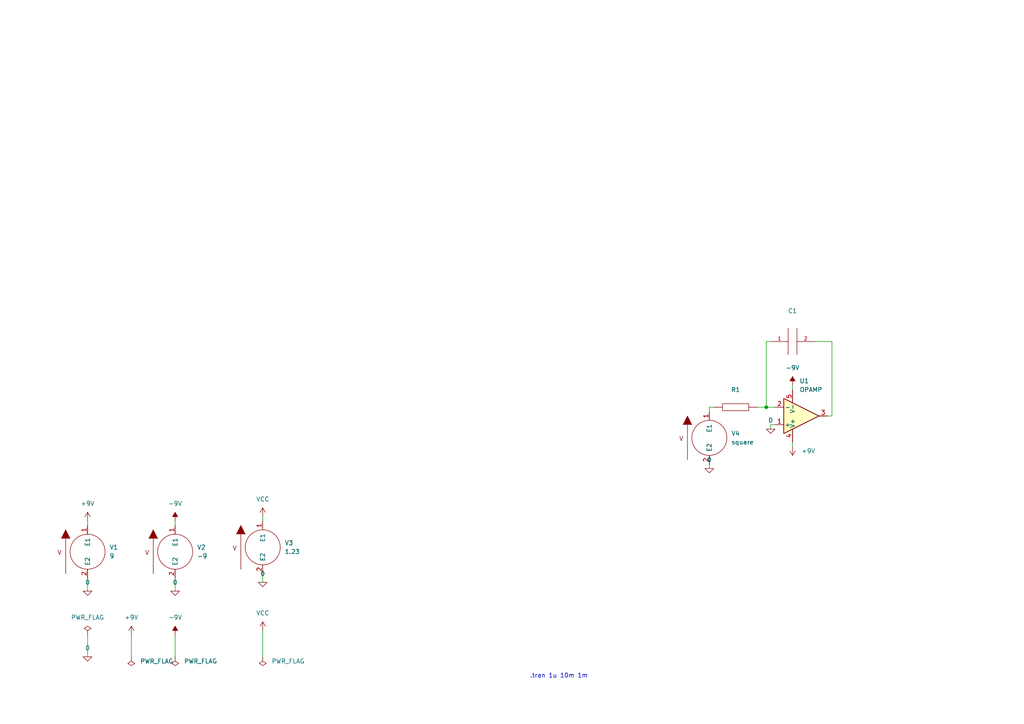
<source format=kicad_sch>
(kicad_sch (version 20211123) (generator eeschema)
  (paper "A4")
  (lib_symbols
    (symbol "power:+9V" (power) (pin_names (offset 0))
      (property "Value" "+9V" (at 0 3.556 0))
      (symbol "+9V_0_1"
        (polyline (pts (xy -0.762 1.27) (xy 0 2.54)))
        (polyline (pts (xy 0 0) (xy 0 2.54)))
        (polyline (pts (xy 0 2.54) (xy 0.762 1.27)))
      )
      (symbol "+9V_1_1"
        (pin power_in line (at 0 0 90) (length 0) hide (name "+9V") (number "1"))
      )
    )
    (symbol "power:-9V" (power) (pin_names (offset 0))
      (property "Value" "-9V" (at 0 3.81 0))
      (symbol "-9V_0_1"
        (polyline (pts (xy 0 0) (xy 0 2.54)))
        (polyline (pts (xy 0.762 1.27) (xy -0.762 1.27) (xy 0 2.54) (xy 0.762 1.27)) (fill (type outline)))
      )
      (symbol "-9V_1_1"
        (pin power_in line (at 0 0 90) (length 0) hide (name "-9V") (number "1"))
      )
    )
    (symbol "power:PWR_FLAG" (power) (pin_numbers hide) (pin_names (offset 0) hide)
      (property "Value" "PWR_FLAG" (at 0 3.81 0))
      (symbol "PWR_FLAG_0_0"
        (pin power_out line (at 0 0 90) (length 0) (name "pwr") (number "1"))
      )
      (symbol "PWR_FLAG_0_1"
        (polyline (pts (xy 0 0) (xy 0 1.27) (xy -1.016 1.905) (xy 0 2.54) (xy 1.016 1.905) (xy 0 1.27)))
      )
    )
    (symbol "power:VCC" (power) (pin_names (offset 0))
      (property "Value" "VCC" (at 0 3.81 0))
      (symbol "VCC_0_1"
        (polyline (pts (xy -0.762 1.27) (xy 0 2.54)))
        (polyline (pts (xy 0 0) (xy 0 2.54)))
        (polyline (pts (xy 0 2.54) (xy 0.762 1.27)))
      )
      (symbol "VCC_1_1"
        (pin power_in line (at 0 0 90) (length 0) hide (name "VCC") (number "1"))
      )
    )
    (symbol "pspice:0" (power) (pin_names (offset 0))
      (property "Value" "0" (at 0 -1.778 0))
      (symbol "0_0_1"
        (polyline (pts (xy -1.27 0) (xy 0 -1.27) (xy 1.27 0) (xy -1.27 0)))
      )
      (symbol "0_1_1"
        (pin power_in line (at 0 0 0) (length 0) hide (name "0") (number "1"))
      )
    )
    (symbol "pspice:C" (pin_names (offset 0.254))
      (property "Reference" "C" (at 2.54 3.81 90))
      (property "Value" "C" (at 2.54 -3.81 90))
      (symbol "C_0_1"
        (polyline (pts (xy -3.81 -1.27) (xy 3.81 -1.27)))
        (polyline (pts (xy -3.81 1.27) (xy 3.81 1.27)))
      )
      (symbol "C_1_1"
        (pin passive line (at 0 6.35 270) (length 5.08) (name "~") (number "1"))
        (pin passive line (at 0 -6.35 90) (length 5.08) (name "~") (number "2"))
      )
    )
    (symbol "pspice:OPAMP" (pin_names (offset 0.254))
      (property "Reference" "U" (at 3.81 3.175 0))
      (property "Value" "OPAMP" (at 3.81 -3.175 0))
      (symbol "OPAMP_0_1"
        (polyline (pts (xy 5.08 0) (xy -5.08 5.08) (xy -5.08 -5.08) (xy 5.08 0)) (stroke (width 0.254)) (fill (type background)))
      )
      (symbol "OPAMP_1_1"
        (pin input line (at -7.62 2.54 0) (length 2.54) (name "+") (number "1"))
        (pin input line (at -7.62 -2.54 0) (length 2.54) (name "-") (number "2"))
        (pin output line (at 7.62 0 180) (length 2.54) (name "~") (number "3"))
        (pin power_in line (at -2.54 7.62 270) (length 3.81) (name "V+") (number "4"))
        (pin power_in line (at -2.54 -7.62 90) (length 3.81) (name "V-") (number "5"))
      )
    )
    (symbol "pspice:R" (pin_numbers hide) (pin_names (offset 0))
      (property "Reference" "R" (at 2.032 0 90))
      (property "Value" "R" (at 0 0 90))
      (symbol "R_0_1"
        (rectangle (start -1.016 3.81) (end 1.016 -3.81))
      )
      (symbol "R_1_1"
        (pin passive line (at 0 6.35 270) (length 2.54) (name "~") (number "1"))
        (pin passive line (at 0 -6.35 90) (length 2.54) (name "~") (number "2"))
      )
    )
    (symbol "pspice:VSOURCE" (pin_names (offset 1.016))
      (property "Reference" "V" (at -6.35 7.62 0))
      (property "Value" "VSOURCE" (at 0 0 0))
      (symbol "VSOURCE_0_1"
        (polyline (pts (xy -6.35 -6.35) (xy -6.35 3.81)) (fill (type outline)))
        (polyline (pts (xy -7.62 3.81) (xy -6.35 6.35) (xy -5.08 3.81)) (fill (type outline)))
        (circle (center 0 0) (radius 5.08))
        (text "V" (at -8.128 -0.254 0) (effects (font (size 1.27 1.27))))
      )
      (symbol "VSOURCE_1_1"
        (pin input line (at 0 7.62 270) (length 2.54) (name "E1") (number "1"))
        (pin input line (at 0 -7.62 90) (length 2.54) (name "E2") (number "2"))
      )
    )
  )
  (junction (at 222.25 118.11))
  (wire (pts (xy 205.74 118.11) (xy 207.01 118.11)))
  (wire (pts (xy 223.52 124.46) (xy 223.52 123.19)))
  (wire (pts (xy 223.52 123.19) (xy 224.79 123.19)))
  (wire (pts (xy 229.87 111.76) (xy 229.87 113.03)))
  (wire (pts (xy 219.71 118.11) (xy 222.25 118.11)))
  (wire (pts (xy 205.74 119.38) (xy 205.74 118.11)))
  (wire (pts (xy 222.25 99.06) (xy 222.25 118.11)))
  (wire (pts (xy 25.4 151.13) (xy 25.4 152.4)))
  (wire (pts (xy 205.74 134.62) (xy 205.74 135.89)))
  (wire (pts (xy 25.4 184.15) (xy 25.4 190.5)))
  (wire (pts (xy 76.2 166.37) (xy 76.2 168.91)))
  (wire (pts (xy 76.2 182.88) (xy 76.2 190.5)))
  (wire (pts (xy 50.8 151.13) (xy 50.8 152.4)))
  (wire (pts (xy 229.87 128.27) (xy 229.87 129.54)))
  (wire (pts (xy 50.8 184.15) (xy 50.8 190.5)))
  (wire (pts (xy 50.8 167.64) (xy 50.8 171.45)))
  (wire (pts (xy 222.25 118.11) (xy 224.79 118.11)))
  (wire (pts (xy 38.1 184.15) (xy 38.1 190.5)))
  (wire (pts (xy 241.3 99.06) (xy 241.3 120.65)))
  (wire (pts (xy 76.2 149.86) (xy 76.2 151.13)))
  (wire (pts (xy 25.4 167.64) (xy 25.4 171.45)))
  (wire (pts (xy 240.03 120.65) (xy 241.3 120.65)))
  (wire (pts (xy 241.3 99.06) (xy 236.22 99.06)))
  (wire (pts (xy 222.25 99.06) (xy 223.52 99.06)))
  (text ".tran 1u 10m 1m" (at 153.67 196.85 0) (effects (font (size 1.27 1.27)) (justify left bottom)))
  (symbol (lib_id "pspice:0") (at 25.4 171.45 0) (unit 1)
    (property "Reference" "#GND02" (effects hide))
    (property "Value" "0" (at 25.4 168.91 0))
  )
  (symbol (lib_id "power:+9V") (at 229.87 129.54 180) (unit 1)
    (property "Reference" "#PWR08" (effects hide))
    (property "Value" "+9V" (at 232.41 130.8099 0) (effects (justify right)))
  )
  (symbol (lib_id "power:-9V") (at 50.8 184.15 0) (unit 1)
    (property "Reference" "#PWR03" (effects hide))
    (property "Value" "-9V" (at 50.8 179.07 0))
  )
  (symbol (lib_id "pspice:0") (at 205.74 135.89 0) (unit 1)
    (property "Reference" "#GND04" (effects hide))
    (property "Value" "0" (at 205.74 133.35 0))
  )
  (symbol (lib_id "power:-9V") (at 229.87 111.76 0) (unit 1)
    (property "Reference" "#PWR05" (effects hide))
    (property "Value" "-9V" (at 229.87 106.68 0))
  )
  (symbol (lib_id "pspice:0") (at 25.4 190.5 0) (unit 1)
    (property "Reference" "#GND01" (effects hide))
    (property "Value" "0" (at 25.4 187.96 0))
  )
  (symbol (lib_id "pspice:OPAMP") (at 232.41 120.65 0) (mirror x) (unit 1)
    (property "Reference" "U1" (at 231.8894 110.49 0) (effects (justify left)))
    (property "Value" "OPAMP" (at 231.8894 113.03 0) (effects (justify left)))
    (property "Spice_Primitive" "X" (effects hide))
    (property "Spice_Model" "LM324" (effects hide))
    (property "Spice_Netlist_Enabled" "Y" (effects hide))
    (property "Spice_Node_Sequence" "1 2 4 5 3" (effects hide))
    (property "Spice_Lib_File" "C:\\Users\\Osman Alperen\\Desktop\\LTSpice-parts\\LTSpice-parts-master\\parts\\op amp\\LM324.ti.lib" (effects hide))
  )
  (symbol (lib_id "power:PWR_FLAG") (at 50.8 190.5 180) (unit 1)
    (property "Reference" "#FLG03" (effects hide))
    (property "Value" "PWR_FLAG" (at 53.34 191.7699 0) (effects (justify right)))
  )
  (symbol (lib_id "power:+9V") (at 25.4 151.13 0) (unit 1)
    (property "Reference" "#PWR02" (effects hide))
    (property "Value" "+9V" (at 25.4 146.05 0))
  )
  (symbol (lib_id "power:VCC") (at 76.2 149.86 0) (unit 1)
    (property "Reference" "#PWR06" (effects hide))
    (property "Value" "VCC" (at 76.2 144.78 0))
  )
  (symbol (lib_id "power:PWR_FLAG") (at 25.4 184.15 0) (unit 1)
    (property "Reference" "#FLG01" (effects hide))
    (property "Value" "PWR_FLAG" (at 25.4 179.07 0))
  )
  (symbol (lib_id "pspice:0") (at 223.52 124.46 0) (unit 1)
    (property "Reference" "#GND06" (effects hide))
    (property "Value" "0" (at 223.52 121.92 0))
  )
  (symbol (lib_id "pspice:R") (at 213.36 118.11 90) (unit 1)
    (property "Reference" "R1" (at 213.36 113.03 90))
    (property "Value" "1" (effects hide))
    (property "Spice_Primitive" "R" (effects hide))
    (property "Spice_Model" "600k" (at 213.36 115.57 90))
    (property "Spice_Netlist_Enabled" "Y" (effects hide))
  )
  (symbol (lib_id "pspice:VSOURCE") (at 50.8 160.02 0) (unit 1)
    (property "Reference" "V2" (at 57.15 158.7499 0) (effects (justify left)))
    (property "Value" "-9V" (at 57.15 161.2899 0) (effects (justify left)))
    (property "Spice_Primitive" "V" (effects hide))
    (property "Spice_Model" "dc -9" (effects hide))
    (property "Spice_Netlist_Enabled" "Y" (effects hide))
  )
  (symbol (lib_id "power:PWR_FLAG") (at 38.1 190.5 180) (unit 1)
    (property "Reference" "#FLG02" (effects hide))
    (property "Value" "PWR_FLAG" (at 40.64 191.7699 0) (effects (justify right)))
  )
  (symbol (lib_id "power:VCC") (at 76.2 182.88 0) (unit 1)
    (property "Reference" "#PWR07" (effects hide))
    (property "Value" "VCC" (at 76.2 177.8 0))
  )
  (symbol (lib_id "pspice:0") (at 76.2 168.91 0) (unit 1)
    (property "Reference" "#GND05" (effects hide))
    (property "Value" "0" (at 76.2 166.37 0))
  )
  (symbol (lib_id "pspice:VSOURCE") (at 76.2 158.75 0) (unit 1)
    (property "Reference" "V3" (at 82.55 157.4799 0) (effects (justify left)))
    (property "Value" "1.23V" (at 82.55 160.0199 0) (effects (justify left)))
    (property "Spice_Primitive" "V" (effects hide))
    (property "Spice_Model" "dc 1.23" (effects hide))
    (property "Spice_Netlist_Enabled" "Y" (effects hide))
  )
  (symbol (lib_id "pspice:0") (at 50.8 171.45 0) (unit 1)
    (property "Reference" "#GND03" (effects hide))
    (property "Value" "0" (at 50.8 168.91 0))
  )
  (symbol (lib_id "power:-9V") (at 50.8 151.13 0) (unit 1)
    (property "Reference" "#PWR04" (effects hide))
    (property "Value" "-9V" (at 50.8 146.05 0))
  )
  (symbol (lib_id "pspice:C") (at 229.87 99.06 90) (unit 1)
    (property "Reference" "C1" (at 229.87 90.17 90))
    (property "Value" "500n" (effects hide))
    (property "Spice_Primitive" "C" (effects hide))
    (property "Spice_Model" "2p" (at 229.87 93.98 90))
    (property "Spice_Netlist_Enabled" "Y" (effects hide))
  )
  (symbol (lib_id "pspice:VSOURCE") (at 25.4 160.02 0) (unit 1)
    (property "Reference" "V1" (at 31.75 158.7499 0) (effects (justify left)))
    (property "Value" "9V" (at 31.75 161.2899 0) (effects (justify left)))
    (property "Spice_Primitive" "V" (effects hide))
    (property "Spice_Model" "dc 9" (effects hide))
    (property "Spice_Netlist_Enabled" "Y" (effects hide))
  )
  (symbol (lib_id "pspice:VSOURCE") (at 205.74 127 0) (unit 1)
    (property "Reference" "V4" (at 212.09 125.7299 0) (effects (justify left)))
    (property "Value" "square" (at 212.09 128.2699 0) (effects (justify left)))
    (property "Spice_Primitive" "V" (effects hide))
    (property "Spice_Model" "dc 1.23 pulse(-5 5 500n 1p 1p 500n 1u)" (effects hide))
    (property "Spice_Netlist_Enabled" "Y" (effects hide))
  )
  (symbol (lib_id "power:+9V") (at 38.1 184.15 0) (unit 1)
    (property "Reference" "#PWR01" (effects hide))
    (property "Value" "+9V" (at 38.1 179.07 0))
  )
  (symbol (lib_id "power:PWR_FLAG") (at 76.2 190.5 180) (unit 1)
    (property "Reference" "#FLG04" (effects hide))
    (property "Value" "PWR_FLAG" (at 78.74 191.7699 0) (effects (justify right)))
  )
)
</source>
